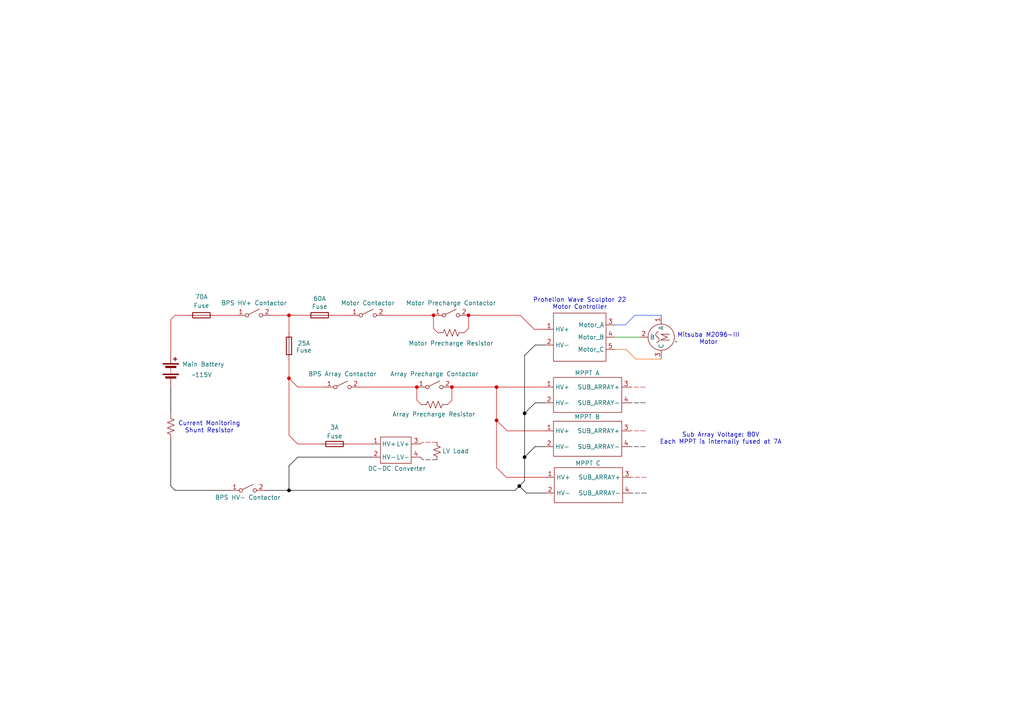
<source format=kicad_sch>
(kicad_sch (version 20250114) (generator "eeschema") (generator_version "9.0")
  (paper "A4")
  (lib_symbols
    (symbol "Device:Battery" (pin_numbers (hide yes)) (pin_names (offset 0) (hide yes))
      (property "Reference" "BT" (at 2.54 2.54 0))
      (property "Value" "Battery" (at 2.54 0 0))
      (symbol "Battery_0_1"
        (rectangle (start -2.286 1.778) (end 2.286 1.524) (fill (type outline)))
        (rectangle (start -2.286 -1.27) (end 2.286 -1.524) (fill (type outline)))
        (rectangle (start -1.524 1.016) (end 1.524 0.508) (fill (type outline)))
        (rectangle (start -1.524 -2.032) (end 1.524 -2.54) (fill (type outline)))
        (polyline (pts (xy 0 1.778) (xy 0 2.54)))
        (polyline (pts (xy 0 0) (xy 0 0.254)))
        (polyline (pts (xy 0 -0.508) (xy 0 -0.254)))
        (polyline (pts (xy 0 -1.016) (xy 0 -0.762)))
        (polyline (pts (xy 0.762 3.048) (xy 1.778 3.048)) (stroke (width 0.254)))
        (polyline (pts (xy 1.27 3.556) (xy 1.27 2.54)) (stroke (width 0.254)))
      )
      (symbol "Battery_1_1"
        (pin passive line (at 0 5.08 270) (length 2.54) (name "+") (number "1"))
        (pin passive line (at 0 -5.08 90) (length 2.54) (name "-") (number "2"))
      )
    )
    (symbol "Device:Fuse" (pin_numbers (hide yes)) (pin_names (offset 0))
      (property "Reference" "F" (at 2.032 0 90))
      (property "Value" "Fuse" (at -1.905 0 90))
      (symbol "Fuse_0_1"
        (rectangle (start -0.762 -2.54) (end 0.762 2.54) (stroke (width 0.254)))
        (polyline (pts (xy 0 2.54) (xy 0 -2.54)))
      )
      (symbol "Fuse_1_1"
        (pin passive line (at 0 3.81 270) (length 1.27) (name "~") (number "1"))
        (pin passive line (at 0 -3.81 90) (length 1.27) (name "~") (number "2"))
      )
    )
    (symbol "Device:R_Small_US" (pin_numbers (hide yes)) (pin_names (offset 0.254) (hide yes))
      (property "Reference" "R" (at 0.762 0.508 0))
      (property "Value" "R_Small_US" (at 0.762 -1.016 0))
      (symbol "R_Small_US_1_1"
        (polyline (pts (xy 0 1.524) (xy 1.016 1.143) (xy 0 0.762) (xy -1.016 0.381) (xy 0 0)))
        (polyline (pts (xy 0 0) (xy 1.016 -0.381) (xy 0 -0.762) (xy -1.016 -1.143) (xy 0 -1.524)))
        (pin passive line (at 0 2.54 270) (length 1.016) (name "~") (number "1"))
        (pin passive line (at 0 -2.54 90) (length 1.016) (name "~") (number "2"))
      )
    )
    (symbol "Device:R_US" (pin_numbers (hide yes)) (pin_names (offset 0))
      (property "Reference" "R" (at 2.54 0 90))
      (property "Value" "R_US" (at -2.54 0 90))
      (symbol "R_US_0_1"
        (polyline (pts (xy 0 2.286) (xy 0 2.54)))
        (polyline (pts (xy 0 2.286) (xy 1.016 1.905) (xy 0 1.524) (xy -1.016 1.143) (xy 0 0.762)))
        (polyline (pts (xy 0 0.762) (xy 1.016 0.381) (xy 0 0) (xy -1.016 -0.381) (xy 0 -0.762)))
        (polyline (pts (xy 0 -0.762) (xy 1.016 -1.143) (xy 0 -1.524) (xy -1.016 -1.905) (xy 0 -2.286)))
        (polyline (pts (xy 0 -2.286) (xy 0 -2.54)))
      )
      (symbol "R_US_1_1"
        (pin passive line (at 0 3.81 270) (length 1.27) (name "~") (number "1"))
        (pin passive line (at 0 -3.81 90) (length 1.27) (name "~") (number "2"))
      )
    )
    (symbol "Switch:SW_SPST" (pin_names (offset 0) (hide yes))
      (property "Reference" "SW" (at 0 3.175 0))
      (property "Value" "SW_SPST" (at 0 -2.54 0))
      (symbol "SW_SPST_0_0"
        (circle (center -2.032 0) (radius 0.508))
        (polyline (pts (xy -1.524 0.254) (xy 1.524 1.778)))
        (circle (center 2.032 0) (radius 0.508))
      )
      (symbol "SW_SPST_1_1"
        (pin passive line (at -5.08 0 0) (length 2.54) (name "A") (number "1"))
        (pin passive line (at 5.08 0 180) (length 2.54) (name "B") (number "2"))
      )
    )
    (symbol "components:120V_to_12V_DCDC_Converter"
      (property "Reference" "U" (at 0 -5 0))
      (symbol "120V_to_12V_DCDC_Converter_0_1"
        (rectangle (start -4.445 3.81) (end 4.445 -3.81))
      )
      (symbol "120V_to_12V_DCDC_Converter_1_0"
        (pin input line (at -7.112 1.778 0) (length 2.54) (name "HV+") (number "1"))
        (pin input line (at -7.112 -2.032 0) (length 2.54) (name "HV-") (number "2"))
        (pin output line (at 7.112 1.778 180) (length 2.54) (name "LV+") (number "3"))
        (pin output line (at 7.112 -2.032 180) (length 2.54) (name "LV-") (number "4"))
      )
    )
    (symbol "components:MItsuba_3_Phase_BLDC_Motor"
      (property "Reference" "U" (at 0 4.826 0))
      (symbol "MItsuba_3_Phase_BLDC_Motor_0_0"
        (arc (start -0.0304 -1.0713) (mid -0.8926 -1.5455) (end -1.5544 -0.8173))
        (arc (start -0.0304 -1.0713) (mid 0.8353 -0.576) (end 1.4936 -1.3253))
        (pin tri_state line (at -6.35 0 0) (length 2.54) (name "A") (number "1"))
        (pin bidirectional line (at 0 -6.35 90) (length 2.54) (name "B") (number "2"))
        (pin bidirectional line (at 6.35 0 180) (length 2.54) (name "C") (number "3"))
      )
      (symbol "MItsuba_3_Phase_BLDC_Motor_0_1"
        (circle (center 0 0) (radius 3.81))
      )
      (symbol "MItsuba_3_Phase_BLDC_Motor_1_1"
        (text "M" (at 0 1.27 0) (effects (font (size 2.54 2.54))))
      )
    )
    (symbol "components:Prohelion_Wavescupltor_22_Motor_Controller"
      (property "Reference" "U" (at 0 -8.382 0))
      (symbol "Prohelion_Wavescupltor_22_Motor_Controller_0_1"
        (rectangle (start -7.62 6.985) (end 7.62 -6.985))
      )
      (symbol "Prohelion_Wavescupltor_22_Motor_Controller_1_0"
        (pin output line (at 10.16 0 180) (length 2.54) (name "Motor_B") (number "4"))
        (pin output line (at 10.16 -3.556 180) (length 2.54) (name "Motor_C") (number "5"))
      )
      (symbol "Prohelion_Wavescupltor_22_Motor_Controller_1_1"
        (pin input line (at -10.16 2.286 0) (length 2.54) (name "HV+") (number "1"))
        (pin input line (at -10.16 -2.286 0) (length 2.54) (name "HV-") (number "2"))
        (pin output line (at 10.16 3.556 180) (length 2.54) (name "Motor_A") (number "3"))
      )
    )
    (symbol "components:TPEE_MPTT"
      (property "Reference" "U" (at 0 -6 0))
      (symbol "TPEE_MPTT_0_1"
        (rectangle (start -9.906 5.08) (end 9.906 -5.08))
      )
      (symbol "TPEE_MPTT_1_0"
        (pin output line (at -12.446 2.286 0) (length 2.54) (name "HV+") (number "1"))
        (pin output line (at -12.446 -2.286 0) (length 2.54) (name "HV-") (number "2"))
        (pin input line (at 12.446 2.286 180) (length 2.54) (name "SUB_ARRAY+") (number "3"))
        (pin input line (at 12.446 -2.286 180) (length 2.54) (name "SUB_ARRAY-") (number "4"))
      )
    )
  )
  (text "Current Monitoring\nShunt Resistor" (at 60.706 123.952 0) (effects (font (size 1.27 1.27))))
  (text "Mitsuba M2096-III\nMotor" (at 205.486 98.298 0) (effects (font (size 1.27 1.27))))
  (text "Sub Array Voltage: 80V\nEach MPPT is internally fused at 7A" (at 209.042 127.254 0) (effects (font (size 1.27 1.27))))
  (text "Prohelion Wave Sculptor 22\nMotor Controller" (at 168.148 88.138 0) (effects (font (size 1.27 1.27))))
  (junction (at 135.89 91.44) (color 207 0 0 1))
  (junction (at 144.018 121.92) (color 207 0 0 1))
  (junction (at 152.146 132.588) (color 0 0 0 1))
  (junction (at 83.82 109.728) (color 207 0 0 1))
  (junction (at 131.064 112.268) (color 207 0 0 1))
  (junction (at 144.018 112.268) (color 207 0 0 1))
  (junction (at 120.904 112.268) (color 207 0 0 1))
  (junction (at 152.146 119.888) (color 0 0 0 1))
  (junction (at 150.622 140.97) (color 0 0 0 1))
  (junction (at 83.82 91.44) (color 207 0 0 1))
  (junction (at 125.73 91.44) (color 207 0 0 1))
  (junction (at 83.82 142.24) (color 0 0 0 1))
  (wire (pts (xy 152.654 143.002) (xy 150.622 140.97)) (stroke (width 0) (color 0 0 0 1)))
  (wire (pts (xy 83.82 91.44) (xy 83.82 96.52)) (stroke (width 0) (color 207 0 0 1)))
  (wire (pts (xy 181.356 94.234) (xy 184.15 91.44)) (stroke (width 0) (color 29 75 255 1)))
  (wire (pts (xy 147.066 124.968) (xy 144.018 121.92)) (stroke (width 0) (color 207 0 0 1)))
  (wire (pts (xy 152.146 132.588) (xy 152.146 139.446)) (stroke (width 0) (color 0 0 0 1)))
  (wire (pts (xy 147.066 124.968) (xy 157.988 124.968)) (stroke (width 0) (color 207 0 0 1)))
  (wire (pts (xy 83.82 104.14) (xy 83.82 109.728)) (stroke (width 0) (color 207 0 0 1)))
  (wire (pts (xy 184.15 91.44) (xy 191.77 91.44)) (stroke (width 0) (color 29 75 255 1)))
  (wire (pts (xy 157.988 95.504) (xy 154.94 95.504)) (stroke (width 0) (color 207 0 0 1)))
  (wire (pts (xy 83.82 91.44) (xy 88.9 91.44)) (stroke (width 0) (color 207 0 0 1)))
  (wire (pts (xy 122.682 133.35) (xy 121.92 132.588)) (stroke (width 0.127) (type dash) (color 0 0 0 1)))
  (wire (pts (xy 187.198 112.268) (xy 182.88 112.268)) (stroke (width 0.127) (type dash) (color 207 0 0 1)))
  (wire (pts (xy 155.194 129.54) (xy 152.146 132.588)) (stroke (width 0) (color 0 0 0 1)))
  (wire (pts (xy 152.146 103.124) (xy 152.146 119.888)) (stroke (width 0) (color 0 0 0 1)))
  (wire (pts (xy 135.89 91.44) (xy 150.876 91.44)) (stroke (width 0) (color 207 0 0 1)))
  (wire (pts (xy 135.89 91.44) (xy 135.89 95.25)) (stroke (width 0) (color 207 0 0 1)))
  (wire (pts (xy 96.52 91.44) (xy 101.6 91.44)) (stroke (width 0) (color 207 0 0 1)))
  (wire (pts (xy 49.53 102.108) (xy 49.53 92.71)) (stroke (width 0) (color 207 0 0 1)))
  (wire (pts (xy 125.73 91.44) (xy 125.73 95.25)) (stroke (width 0) (color 207 0 0 1)))
  (wire (pts (xy 126.746 128.27) (xy 122.428 128.27)) (stroke (width 0.127) (type dash) (color 207 0 0 1)))
  (wire (pts (xy 122.428 128.27) (xy 121.92 128.778)) (stroke (width 0.127) (type dash) (color 207 0 0 1)))
  (wire (pts (xy 49.53 127.508) (xy 49.53 140.97)) (stroke (width 0) (color 0 0 0 1)))
  (wire (pts (xy 144.018 135.636) (xy 146.812 138.43)) (stroke (width 0) (color 207 0 0 1)))
  (wire (pts (xy 100.838 128.778) (xy 107.696 128.778)) (stroke (width 0) (color 207 0 0 1)))
  (wire (pts (xy 76.962 142.24) (xy 83.82 142.24)) (stroke (width 0) (color 0 0 0 1)))
  (wire (pts (xy 129.794 117.348) (xy 131.064 116.078)) (stroke (width 0) (color 207 0 0 1)))
  (wire (pts (xy 152.146 139.446) (xy 150.622 140.97)) (stroke (width 0) (color 0 0 0 1)))
  (wire (pts (xy 184.404 104.14) (xy 191.77 104.14)) (stroke (width 0) (color 255 93 0 1)))
  (wire (pts (xy 50.8 142.24) (xy 66.802 142.24)) (stroke (width 0) (color 0 0 0 1)))
  (wire (pts (xy 49.53 112.268) (xy 49.53 119.888)) (stroke (width 0) (color 0 0 0 1)))
  (wire (pts (xy 158.242 143.002) (xy 152.654 143.002)) (stroke (width 0) (color 0 0 0 1)))
  (wire (pts (xy 86.36 112.268) (xy 83.82 109.728)) (stroke (width 0) (color 207 0 0 1)))
  (wire (pts (xy 122.174 117.348) (xy 120.904 116.078)) (stroke (width 0) (color 207 0 0 1)))
  (wire (pts (xy 155.194 116.84) (xy 152.146 119.888)) (stroke (width 0) (color 0 0 0 1)))
  (wire (pts (xy 120.904 112.268) (xy 120.904 116.078)) (stroke (width 0) (color 207 0 0 1)))
  (wire (pts (xy 155.194 116.84) (xy 157.988 116.84)) (stroke (width 0) (color 0 0 0 1)))
  (wire (pts (xy 178.308 94.234) (xy 181.356 94.234)) (stroke (width 0) (color 29 75 255 1)))
  (wire (pts (xy 155.194 100.076) (xy 157.988 100.076)) (stroke (width 0) (color 0 0 0 1)))
  (wire (pts (xy 134.62 96.52) (xy 135.89 95.25)) (stroke (width 0) (color 207 0 0 1)))
  (wire (pts (xy 181.61 101.346) (xy 184.404 104.14)) (stroke (width 0) (color 255 93 0 1)))
  (wire (pts (xy 154.94 95.504) (xy 150.876 91.44)) (stroke (width 0) (color 207 0 0 1)))
  (wire (pts (xy 83.82 109.728) (xy 83.82 126.238)) (stroke (width 0) (color 207 0 0 1)))
  (wire (pts (xy 178.308 101.346) (xy 181.61 101.346)) (stroke (width 0) (color 255 93 0 1)))
  (wire (pts (xy 144.018 121.92) (xy 144.018 135.636)) (stroke (width 0) (color 207 0 0 1)))
  (wire (pts (xy 146.812 138.43) (xy 158.242 138.43)) (stroke (width 0) (color 207 0 0 1)))
  (wire (pts (xy 155.194 129.54) (xy 157.988 129.54)) (stroke (width 0) (color 0 0 0 1)))
  (wire (pts (xy 144.018 112.268) (xy 144.018 121.92)) (stroke (width 0) (color 207 0 0 1)))
  (wire (pts (xy 86.36 128.778) (xy 83.82 126.238)) (stroke (width 0) (color 207 0 0 1)))
  (wire (pts (xy 126.746 133.35) (xy 122.682 133.35)) (stroke (width 0.127) (type dash) (color 0 0 0 1)))
  (wire (pts (xy 187.452 143.002) (xy 183.134 143.002)) (stroke (width 0.127) (type dash) (color 0 0 0 1)))
  (wire (pts (xy 187.198 124.968) (xy 182.88 124.968)) (stroke (width 0.127) (type dash) (color 207 0 0 1)))
  (wire (pts (xy 104.394 112.268) (xy 120.904 112.268)) (stroke (width 0) (color 207 0 0 1)))
  (wire (pts (xy 187.198 116.84) (xy 182.88 116.84)) (stroke (width 0.127) (type dash) (color 0 0 0 1)))
  (wire (pts (xy 86.36 128.778) (xy 93.218 128.778)) (stroke (width 0) (color 207 0 0 1)))
  (wire (pts (xy 127 96.52) (xy 125.73 95.25)) (stroke (width 0) (color 207 0 0 1)))
  (wire (pts (xy 86.36 132.588) (xy 107.696 132.588)) (stroke (width 0) (color 0 0 0 1)))
  (wire (pts (xy 49.53 92.71) (xy 50.8 91.44)) (stroke (width 0) (color 207 0 0 1)))
  (wire (pts (xy 83.82 135.128) (xy 86.36 132.588)) (stroke (width 0) (color 0 0 0 1)))
  (wire (pts (xy 187.452 138.43) (xy 183.134 138.43)) (stroke (width 0.127) (type dash) (color 207 0 0 1)))
  (wire (pts (xy 78.74 91.44) (xy 83.82 91.44)) (stroke (width 0) (color 207 0 0 1)))
  (wire (pts (xy 83.82 135.128) (xy 83.82 142.24)) (stroke (width 0) (color 0 0 0 1)))
  (wire (pts (xy 86.36 112.268) (xy 94.234 112.268)) (stroke (width 0) (color 207 0 0 1)))
  (wire (pts (xy 187.198 129.54) (xy 182.88 129.54)) (stroke (width 0.127) (type dash) (color 0 0 0 1)))
  (wire (pts (xy 144.018 112.268) (xy 157.988 112.268)) (stroke (width 0) (color 207 0 0 1)))
  (wire (pts (xy 111.76 91.44) (xy 125.73 91.44)) (stroke (width 0) (color 207 0 0 1)))
  (wire (pts (xy 50.8 91.44) (xy 54.61 91.44)) (stroke (width 0) (color 207 0 0 1)))
  (wire (pts (xy 152.146 119.888) (xy 152.146 132.588)) (stroke (width 0) (color 0 0 0 1)))
  (wire (pts (xy 49.53 140.97) (xy 50.8 142.24)) (stroke (width 0) (color 0 0 0 1)))
  (wire (pts (xy 62.23 91.44) (xy 68.58 91.44)) (stroke (width 0) (color 207 0 0 1)))
  (wire (pts (xy 131.064 112.268) (xy 144.018 112.268)) (stroke (width 0) (color 207 0 0 1)))
  (wire (pts (xy 178.308 97.79) (xy 185.42 97.79)))
  (wire (pts (xy 131.064 112.268) (xy 131.064 116.078)) (stroke (width 0) (color 207 0 0 1)))
  (wire (pts (xy 83.82 142.24) (xy 149.352 142.24)) (stroke (width 0) (color 0 0 0 1)))
  (wire (pts (xy 155.194 100.076) (xy 152.146 103.124)) (stroke (width 0) (color 0 0 0 1)))
  (wire (pts (xy 150.622 140.97) (xy 149.352 142.24)) (stroke (width 0) (color 0 0 0 1)))
  (symbol (lib_id "components:TPEE_MPTT") (at 170.434 114.554 0) (unit 1)
    (property "Reference" "U3" (effects (hide yes)))
    (property "Value" "MPPT A" (at 170.307 108.204 0))
  )
  (symbol (lib_id "Switch:SW_SPST") (at 73.66 91.44 0) (unit 1)
    (property "Reference" "SW1" (effects (hide yes)))
    (property "Value" "BPS HV+ Contactor" (at 73.66 87.884 0))
    (property "Description" "Single Pole Single Throw (SPST) switch" (effects (hide yes)))
  )
  (symbol (lib_id "Device:Fuse") (at 97.028 128.778 90) (unit 1)
    (property "Reference" "3A" (at 97.028 123.952 90))
    (property "Value" "Fuse" (at 97.028 126.492 90))
    (property "Description" "Fuse" (effects (hide yes)))
  )
  (symbol (lib_id "Device:R_US") (at 130.81 96.52 90) (unit 1)
    (property "Reference" "R4" (effects (hide yes)))
    (property "Value" "Motor Precharge Resistor" (at 130.81 99.568 90))
    (property "Description" "Resistor, US symbol" (effects (hide yes)))
  )
  (symbol (lib_id "Device:R_US") (at 125.984 117.348 90) (unit 1)
    (property "Reference" "R2" (effects (hide yes)))
    (property "Value" "Array Precharge Resistor" (at 137.922 120.142 90) (effects (justify left)))
    (property "Description" "Resistor, US symbol" (effects (hide yes)))
  )
  (symbol (lib_id "Device:Fuse") (at 92.71 91.44 90) (unit 1)
    (property "Reference" "60A" (at 92.71 86.614 90))
    (property "Value" "Fuse" (at 92.71 88.9 90))
    (property "Description" "Fuse" (effects (hide yes)))
  )
  (symbol (lib_id "components:120V_to_12V_DCDC_Converter") (at 114.808 130.556 0) (unit 1)
    (property "Reference" "U6" (effects (hide yes)))
    (property "Value" "DC-DC Converter" (at 106.68 135.89 0) (effects (justify left)))
  )
  (symbol (lib_id "Device:Fuse") (at 58.42 91.44 90) (unit 1)
    (property "Reference" "70A" (at 58.42 86.106 90))
    (property "Value" "Fuse" (at 58.42 88.646 90))
    (property "Description" "Fuse" (effects (hide yes)))
  )
  (symbol (lib_id "Device:Battery") (at 49.53 107.188 0) (unit 1)
    (property "Reference" "~115V" (at 55.626 108.712 0) (effects (justify left)))
    (property "Value" "Main Battery" (at 52.832 105.664 0) (effects (justify left)))
    (property "Description" "Multiple-cell battery" (effects (hide yes)))
  )
  (symbol (lib_id "Device:R_US") (at 49.53 123.698 180) (unit 1)
    (property "Reference" "R1" (effects (hide yes)))
    (property "Value" "Current Monitoring Shunt Resistor" (effects (hide yes)))
    (property "Description" "Resistor, US symbol" (effects (hide yes)))
  )
  (symbol (lib_id "Switch:SW_SPST") (at 71.882 142.24 0) (unit 1)
    (property "Reference" "SW2" (effects (hide yes)))
    (property "Value" "BPS HV- Contactor" (at 71.882 144.272 0))
    (property "Description" "Single Pole Single Throw (SPST) switch" (effects (hide yes)))
  )
  (symbol (lib_id "Switch:SW_SPST") (at 125.984 112.268 0) (unit 1)
    (property "Reference" "SW4" (effects (hide yes)))
    (property "Value" "Array Precharge Contactor" (at 125.984 108.458 0))
    (property "Description" "Single Pole Single Throw (SPST) switch" (effects (hide yes)))
  )
  (symbol (lib_id "components:TPEE_MPTT") (at 170.434 127.254 0) (unit 1)
    (property "Reference" "U4" (effects (hide yes)))
    (property "Value" "MPPT B" (at 170.307 120.904 0))
  )
  (symbol (lib_id "Switch:SW_SPST") (at 130.81 91.44 0) (unit 1)
    (property "Reference" "SW6" (effects (hide yes)))
    (property "Value" "Motor Precharge Contactor" (at 130.81 87.884 0))
    (property "Description" "Single Pole Single Throw (SPST) switch" (effects (hide yes)))
  )
  (symbol (lib_id "components:MItsuba_3_Phase_BLDC_Motor") (at 191.77 97.79 270) (unit 1)
    (property "Reference" "U2" (effects (hide yes)))
    (property "Value" "~" (at 195.58 99.06 90) (effects (justify left)))
  )
  (symbol (lib_id "Switch:SW_SPST") (at 106.68 91.44 0) (unit 1)
    (property "Reference" "SW5" (effects (hide yes)))
    (property "Value" "Motor Contactor" (at 106.68 87.884 0))
    (property "Description" "Single Pole Single Throw (SPST) switch" (effects (hide yes)))
  )
  (symbol (lib_id "Switch:SW_SPST") (at 99.314 112.268 0) (unit 1)
    (property "Reference" "SW3" (effects (hide yes)))
    (property "Value" "BPS Array Contactor" (at 99.314 108.458 0))
    (property "Description" "Single Pole Single Throw (SPST) switch" (effects (hide yes)))
  )
  (symbol (lib_id "Device:R_Small_US") (at 126.746 130.81 180) (unit 1)
    (property "Reference" "R3" (effects (hide yes)))
    (property "Value" "LV Load" (at 128.27 130.81 0) (effects (justify right)))
    (property "Description" "Resistor, small US symbol" (effects (hide yes)))
  )
  (symbol (lib_id "Device:Fuse") (at 83.82 100.33 180) (unit 1)
    (property "Reference" "25A" (at 88.138 99.568 0))
    (property "Value" "Fuse" (at 88.138 101.6 0))
    (property "Description" "Fuse" (effects (hide yes)))
  )
  (symbol (lib_id "components:TPEE_MPTT") (at 170.688 140.716 0) (unit 1)
    (property "Reference" "U5" (effects (hide yes)))
    (property "Value" "MPPT C" (at 170.561 134.366 0))
  )
  (symbol (lib_id "components:Prohelion_Wavescupltor_22_Motor_Controller") (at 168.148 97.79 0) (unit 1)
    (property "Reference" "U1" (effects (hide yes)))
    (property "Value" "Prohelion Wavesculptor 22 Motor Controller" (effects (hide yes)))
  )
)
</source>
